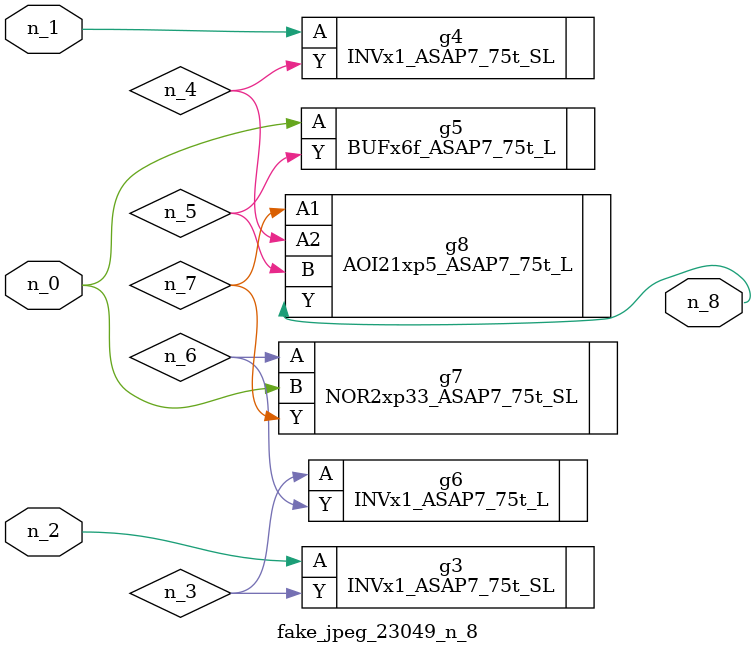
<source format=v>
module fake_jpeg_23049_n_8 (n_0, n_2, n_1, n_8);

input n_0;
input n_2;
input n_1;

output n_8;

wire n_3;
wire n_4;
wire n_6;
wire n_5;
wire n_7;

INVx1_ASAP7_75t_SL g3 ( 
.A(n_2),
.Y(n_3)
);

INVx1_ASAP7_75t_SL g4 ( 
.A(n_1),
.Y(n_4)
);

BUFx6f_ASAP7_75t_L g5 ( 
.A(n_0),
.Y(n_5)
);

INVx1_ASAP7_75t_L g6 ( 
.A(n_3),
.Y(n_6)
);

NOR2xp33_ASAP7_75t_SL g7 ( 
.A(n_6),
.B(n_0),
.Y(n_7)
);

AOI21xp5_ASAP7_75t_L g8 ( 
.A1(n_7),
.A2(n_4),
.B(n_5),
.Y(n_8)
);


endmodule
</source>
